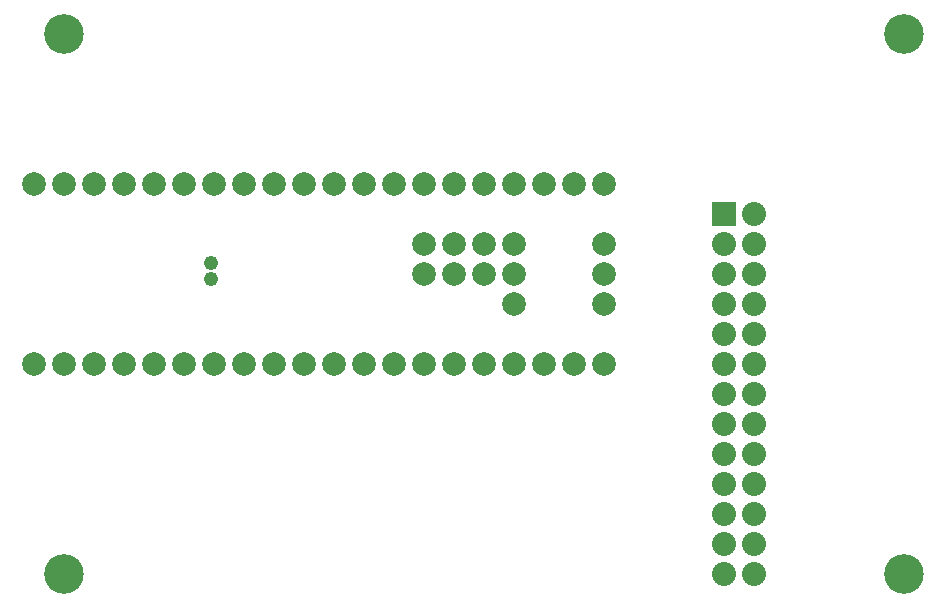
<source format=gbs>
G04 MADE WITH FRITZING*
G04 WWW.FRITZING.ORG*
G04 DOUBLE SIDED*
G04 HOLES PLATED*
G04 CONTOUR ON CENTER OF CONTOUR VECTOR*
%ASAXBY*%
%FSLAX23Y23*%
%MOIN*%
%OFA0B0*%
%SFA1.0B1.0*%
%ADD10C,0.078892*%
%ADD11C,0.048000*%
%ADD12C,0.080000*%
%ADD13C,0.131984*%
%ADD14R,0.080000X0.080000*%
%LNMASK0*%
G90*
G70*
G54D10*
X98Y1550D03*
X1998Y1150D03*
X1398Y1250D03*
X1498Y1250D03*
X1598Y1250D03*
X1698Y1250D03*
X1398Y1350D03*
X1498Y1350D03*
X1598Y1350D03*
X1698Y1350D03*
X798Y1550D03*
X698Y1550D03*
X598Y1550D03*
X498Y1550D03*
X398Y1550D03*
X298Y1550D03*
X198Y1550D03*
X198Y950D03*
X1298Y950D03*
X1398Y950D03*
X1498Y950D03*
X1598Y950D03*
X1698Y950D03*
X1798Y950D03*
X1898Y950D03*
X1998Y950D03*
X298Y950D03*
X398Y950D03*
X498Y950D03*
X598Y950D03*
X698Y950D03*
X798Y950D03*
X898Y950D03*
X998Y950D03*
X1098Y950D03*
X1198Y950D03*
G54D11*
X688Y1286D03*
X688Y1234D03*
G54D10*
X998Y1550D03*
X898Y1550D03*
X1298Y1550D03*
X1398Y1550D03*
X1498Y1550D03*
X1598Y1550D03*
X1698Y1550D03*
X1798Y1550D03*
X1898Y1550D03*
X1998Y1550D03*
X98Y950D03*
X1998Y1250D03*
X1098Y1550D03*
X1198Y1550D03*
X1998Y1350D03*
X1698Y1150D03*
G54D12*
X2498Y1450D03*
X2498Y1350D03*
X2498Y1250D03*
X2498Y1150D03*
X2498Y1050D03*
X2498Y950D03*
X2498Y850D03*
X2498Y750D03*
X2498Y650D03*
X2498Y550D03*
X2498Y450D03*
X2498Y350D03*
X2498Y250D03*
X2398Y1450D03*
X2398Y1350D03*
X2398Y1250D03*
X2398Y1150D03*
X2398Y1050D03*
X2398Y950D03*
X2398Y850D03*
X2398Y750D03*
X2398Y650D03*
X2398Y550D03*
X2398Y450D03*
X2398Y350D03*
X2398Y250D03*
G54D13*
X2998Y2050D03*
X2998Y250D03*
X198Y2050D03*
X198Y250D03*
G54D14*
X2398Y1450D03*
G04 End of Mask0*
M02*
</source>
